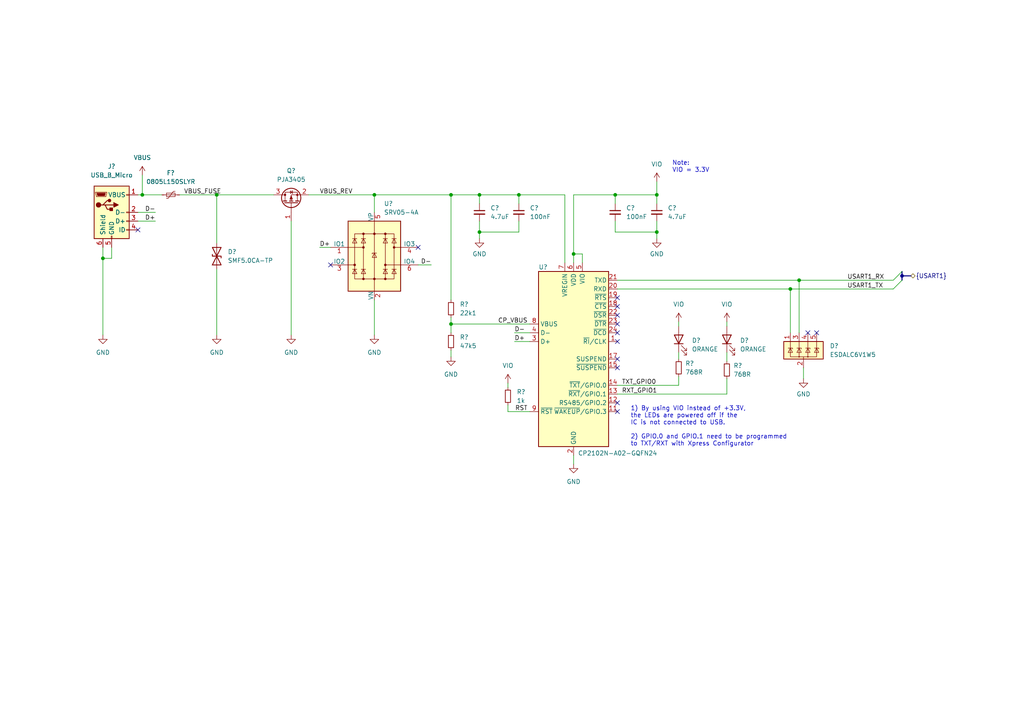
<source format=kicad_sch>
(kicad_sch (version 20211123) (generator eeschema)
  (paper "A4")
  (lib_symbols
    (symbol "0_connectors:USB_B_Micro" (pin_names (offset 1.016))
      (property "Reference" "J" (at -5.08 11.43 0))
      (property "Value" "USB_B_Micro" (at -5.08 8.89 0))
      (symbol "USB_B_Micro_0_1"
        (rectangle (start -5.08 -7.62) (end 5.08 7.62) (stroke (width 0.254)) (fill (type background)))
        (circle (center -3.81 2.159) (radius 0.635) (stroke (width 0.254)) (fill (type outline)))
        (circle (center -0.635 3.429) (radius 0.381) (stroke (width 0.254)) (fill (type outline)))
        (rectangle (start -0.127 -7.62) (end 0.127 -6.858))
        (polyline (pts (xy -1.905 2.159) (xy 0.635 2.159)) (stroke (width 0.254)))
        (polyline (pts (xy -3.175 2.159) (xy -2.54 2.159) (xy -1.27 3.429) (xy -0.635 3.429)) (stroke (width 0.254)))
        (polyline (pts (xy -2.54 2.159) (xy -1.905 2.159) (xy -1.27 0.889) (xy 0 0.889)) (stroke (width 0.254)))
        (polyline (pts (xy 0.635 2.794) (xy 0.635 1.524) (xy 1.905 2.159) (xy 0.635 2.794)) (stroke (width 0.254)) (fill (type outline)))
        (polyline (pts (xy -4.318 5.588) (xy -1.778 5.588) (xy -2.032 4.826) (xy -4.064 4.826) (xy -4.318 5.588)) (fill (type outline)))
        (polyline (pts (xy -4.699 5.842) (xy -4.699 5.588) (xy -4.445 4.826) (xy -4.445 4.572) (xy -1.651 4.572) (xy -1.651 4.826) (xy -1.397 5.588) (xy -1.397 5.842) (xy -4.699 5.842)))
        (rectangle (start 0.254 1.27) (end -0.508 0.508) (stroke (width 0.254)) (fill (type outline)))
        (rectangle (start 5.08 -5.207) (end 4.318 -4.953))
        (rectangle (start 5.08 -2.667) (end 4.318 -2.413))
        (rectangle (start 5.08 -0.127) (end 4.318 0.127))
        (rectangle (start 5.08 4.953) (end 4.318 5.207))
      )
      (symbol "USB_B_Micro_1_1"
        (pin power_out line (at 7.62 5.08 180) (length 2.54) (name "VBUS") (number "1"))
        (pin bidirectional line (at 7.62 0 180) (length 2.54) (name "D-") (number "2"))
        (pin bidirectional line (at 7.62 -2.54 180) (length 2.54) (name "D+") (number "3"))
        (pin passive line (at 7.62 -5.08 180) (length 2.54) (name "ID") (number "4"))
        (pin power_out line (at 0 -10.16 90) (length 2.54) (name "GND") (number "5"))
        (pin passive line (at -2.54 -10.16 90) (length 2.54) (name "Shield") (number "6"))
      )
    )
    (symbol "0_interface_uart:CP2102N-A02-GQFN24"
      (property "Reference" "U" (at -10.16 26.67 0))
      (property "Value" "CP2102N-A02-GQFN24" (at 0.635 -26.67 0))
      (symbol "CP2102N-A02-GQFN24_0_1"
        (rectangle (start -10.16 25.4) (end 10.16 -25.4) (stroke (width 0.254)) (fill (type background)))
      )
      (symbol "CP2102N-A02-GQFN24_1_1"
        (pin bidirectional line (at 12.7 5.08 180) (length 2.54) (name "~{RI}/CLK") (number "1"))
        (pin no_connect line (at -10.16 -22.86 0) (length 2.54) hide (name "NC") (number "10"))
        (pin bidirectional line (at 12.7 -15.24 180) (length 2.54) (name "~{WAKEUP}/GPIO.3") (number "11"))
        (pin bidirectional line (at 12.7 -12.7 180) (length 2.54) (name "RS485/GPIO.2") (number "12"))
        (pin bidirectional line (at 12.7 -10.16 180) (length 2.54) (name "~{RXT}/GPIO.1") (number "13"))
        (pin bidirectional line (at 12.7 -7.62 180) (length 2.54) (name "~{TXT}/GPIO.0") (number "14"))
        (pin output line (at 12.7 -2.54 180) (length 2.54) (name "~{SUSPEND}") (number "15"))
        (pin no_connect line (at 10.16 -22.86 180) (length 2.54) hide (name "NC") (number "16"))
        (pin output line (at 12.7 0 180) (length 2.54) (name "SUSPEND") (number "17"))
        (pin input line (at 12.7 15.24 180) (length 2.54) (name "~{CTS}") (number "18"))
        (pin output line (at 12.7 17.78 180) (length 2.54) (name "~{RTS}") (number "19"))
        (pin power_in line (at 0 -27.94 90) (length 2.54) (name "GND") (number "2"))
        (pin input line (at 12.7 20.32 180) (length 2.54) (name "RXD") (number "20"))
        (pin output line (at 12.7 22.86 180) (length 2.54) (name "TXD") (number "21"))
        (pin input line (at 12.7 12.7 180) (length 2.54) (name "~{DSR}") (number "22"))
        (pin output line (at 12.7 10.16 180) (length 2.54) (name "~{DTR}") (number "23"))
        (pin input line (at 12.7 7.62 180) (length 2.54) (name "~{DCD}") (number "24"))
        (pin passive line (at 0 -27.94 90) (length 2.54) hide (name "GND") (number "25"))
        (pin bidirectional line (at -12.7 5.08 0) (length 2.54) (name "D+") (number "3"))
        (pin bidirectional line (at -12.7 7.62 0) (length 2.54) (name "D-") (number "4"))
        (pin power_in line (at 2.54 27.94 270) (length 2.54) (name "VIO") (number "5"))
        (pin power_in line (at 0 27.94 270) (length 2.54) (name "VDD") (number "6"))
        (pin power_in line (at -2.54 27.94 270) (length 2.54) (name "VREGIN") (number "7"))
        (pin input line (at -12.7 10.16 0) (length 2.54) (name "VBUS") (number "8"))
        (pin input line (at -12.7 -15.24 0) (length 2.54) (name "~{RST}") (number "9"))
      )
    )
    (symbol "0_power_protection:ESDALC6V1W5" (pin_names hide)
      (property "Reference" "D" (at 6.35 -1.27 0))
      (property "Value" "ESDALC6V1W5" (at 6.35 1.27 0))
      (symbol "ESDALC6V1W5_0_0"
        (pin passive line (at 0 -5.08 90) (length 2.54) (name "GND") (number "2"))
      )
      (symbol "ESDALC6V1W5_0_1"
        (rectangle (start -5.715 2.54) (end 5.715 -2.54) (stroke (width 0.254)) (fill (type background)))
        (circle (center -1.27 -1.905) (radius 0.127))
        (polyline (pts (xy -1.27 2.54) (xy -1.27 -1.905)))
        (polyline (pts (xy 0 -1.905) (xy 0 -2.54)))
        (polyline (pts (xy 1.27 2.54) (xy 1.27 -1.905)))
        (polyline (pts (xy -4.445 0.635) (xy -3.175 0.635) (xy -3.175 0.381)))
        (polyline (pts (xy -1.905 0.635) (xy -0.635 0.635) (xy -0.635 0.381)))
        (polyline (pts (xy 0.635 0.635) (xy 1.905 0.635) (xy 1.905 0.381)))
        (polyline (pts (xy 3.175 0.635) (xy 4.445 0.635) (xy 4.445 0.381)))
        (polyline (pts (xy -4.445 -0.635) (xy -3.175 -0.635) (xy -3.81 0.635) (xy -4.445 -0.635)))
        (polyline (pts (xy -3.81 2.54) (xy -3.81 -1.905) (xy 3.81 -1.905) (xy 3.81 2.54)))
        (polyline (pts (xy -1.905 -0.635) (xy -0.635 -0.635) (xy -1.27 0.635) (xy -1.905 -0.635)))
        (polyline (pts (xy 0.635 -0.635) (xy 1.905 -0.635) (xy 1.27 0.635) (xy 0.635 -0.635)))
        (polyline (pts (xy 3.175 -0.635) (xy 4.445 -0.635) (xy 3.81 0.635) (xy 3.175 -0.635)))
        (circle (center 1.27 -1.905) (radius 0.127))
      )
      (symbol "ESDALC6V1W5_1_1"
        (pin passive line (at -3.81 5.08 270) (length 2.54) (name "IO1") (number "1"))
        (pin passive line (at -1.27 5.08 270) (length 2.54) (name "IO2") (number "3"))
        (pin passive line (at 1.27 5.08 270) (length 2.54) (name "IO3") (number "4"))
        (pin passive line (at 3.81 5.08 270) (length 2.54) (name "IO4") (number "5"))
      )
    )
    (symbol "0_power_protection:SMF5.0CA" (pin_numbers hide) (pin_names (offset 1.016) hide)
      (property "Reference" "D?" (at 0 6.35 0))
      (property "Value" "SMF5.0CA" (at 3.81 3.81 0))
      (symbol "SMF5.0CA_0_1"
        (polyline (pts (xy 1.27 0) (xy -1.27 0)))
        (polyline (pts (xy 0.508 1.27) (xy 0 1.27) (xy 0 -1.27) (xy -0.508 -1.27)) (stroke (width 0.254)))
        (polyline (pts (xy -2.54 1.27) (xy -2.54 -1.27) (xy 2.54 1.27) (xy 2.54 -1.27) (xy -2.54 1.27)) (stroke (width 0.254)))
      )
      (symbol "SMF5.0CA_1_1"
        (pin passive line (at -3.81 0 0) (length 2.54) (name "A1") (number "1"))
        (pin passive line (at 3.81 0 180) (length 2.54) (name "A2") (number "2"))
      )
    )
    (symbol "0_power_symbols:VIO" (power) (pin_numbers hide) (in_bom no) (on_board no)
      (property "Value" "VIO" (at 0 3.81 0))
      (symbol "VIO_0_1"
        (polyline (pts (xy 0 0) (xy 0 2.54)))
        (polyline (pts (xy 0 2.54) (xy -0.762 1.27)))
        (polyline (pts (xy 0 2.54) (xy 0.762 1.27)))
      )
      (symbol "VIO_1_1"
        (pin power_in line (at 0 0 90) (length 0) hide (name "VIO") (number "1"))
      )
    )
    (symbol "0_transistor:PJA3405" (pin_names hide)
      (property "Reference" "Q" (at 4.445 -1.27 0))
      (property "Value" "PJA3405" (at 4.445 1.27 0))
      (symbol "PJA3405_0_1"
        (polyline (pts (xy -0.381 0) (xy -3.175 0)))
        (polyline (pts (xy -0.381 1.905) (xy -0.381 -1.905)) (stroke (width 0.254)))
        (polyline (pts (xy 0.127 -1.27) (xy 0.127 -2.286)) (stroke (width 0.254)))
        (polyline (pts (xy 0.127 0.508) (xy 0.127 -0.508)) (stroke (width 0.254)))
        (polyline (pts (xy 0.127 2.286) (xy 0.127 1.27)) (stroke (width 0.254)))
        (polyline (pts (xy 1.905 2.54) (xy 1.905 1.778)))
        (polyline (pts (xy 1.905 -2.54) (xy 1.905 0) (xy 0.127 0)))
        (polyline (pts (xy 0.127 1.778) (xy 2.667 1.778) (xy 2.667 -1.778) (xy 0.127 -1.778)))
        (polyline (pts (xy 1.651 0) (xy 0.635 0.381) (xy 0.635 -0.381) (xy 1.651 0)) (fill (type outline)))
        (polyline (pts (xy 2.159 -0.508) (xy 2.286 -0.381) (xy 3.048 -0.381) (xy 3.175 -0.254)))
        (polyline (pts (xy 2.667 -0.381) (xy 2.286 0.254) (xy 3.048 0.254) (xy 2.667 -0.381)))
        (circle (center 1.016 0) (radius 2.794) (stroke (width 0.254)))
        (circle (center 1.905 -1.778) (radius 0.254) (fill (type outline)))
        (circle (center 1.905 1.778) (radius 0.254) (fill (type outline)))
      )
      (symbol "PJA3405_1_1"
        (pin input line (at -5.715 0 0) (length 2.54) (name "G") (number "1"))
        (pin passive line (at 1.905 -5.08 90) (length 2.54) (name "S") (number "2"))
        (pin passive line (at 1.905 5.08 270) (length 2.54) (name "D") (number "3"))
      )
    )
    (symbol "Device:C_Small" (pin_numbers hide) (pin_names (offset 0.254) hide)
      (property "Reference" "C" (at 0.254 1.778 0))
      (property "Value" "C_Small" (at 0.254 -2.032 0))
      (symbol "C_Small_0_1"
        (polyline (pts (xy -1.524 -0.508) (xy 1.524 -0.508)) (stroke (width 0.3302)))
        (polyline (pts (xy -1.524 0.508) (xy 1.524 0.508)) (stroke (width 0.3048)))
      )
      (symbol "C_Small_1_1"
        (pin passive line (at 0 2.54 270) (length 2.032) (name "~") (number "1"))
        (pin passive line (at 0 -2.54 90) (length 2.032) (name "~") (number "2"))
      )
    )
    (symbol "Device:LED" (pin_numbers hide) (pin_names (offset 1.016) hide)
      (property "Reference" "D" (at 0 2.54 0))
      (property "Value" "LED" (at 0 -2.54 0))
      (symbol "LED_0_1"
        (polyline (pts (xy -1.27 -1.27) (xy -1.27 1.27)) (stroke (width 0.254)))
        (polyline (pts (xy -1.27 0) (xy 1.27 0)))
        (polyline (pts (xy 1.27 -1.27) (xy 1.27 1.27) (xy -1.27 0) (xy 1.27 -1.27)) (stroke (width 0.254)))
        (polyline (pts (xy -3.048 -0.762) (xy -4.572 -2.286) (xy -3.81 -2.286) (xy -4.572 -2.286) (xy -4.572 -1.524)))
        (polyline (pts (xy -1.778 -0.762) (xy -3.302 -2.286) (xy -2.54 -2.286) (xy -3.302 -2.286) (xy -3.302 -1.524)))
      )
      (symbol "LED_1_1"
        (pin passive line (at -3.81 0 0) (length 2.54) (name "K") (number "1"))
        (pin passive line (at 3.81 0 180) (length 2.54) (name "A") (number "2"))
      )
    )
    (symbol "Device:Polyfuse_Small" (pin_numbers hide) (pin_names (offset 0))
      (property "Reference" "F" (at -1.905 0 90))
      (property "Value" "Polyfuse_Small" (at 1.905 0 90))
      (symbol "Polyfuse_Small_0_1"
        (rectangle (start -0.508 1.27) (end 0.508 -1.27))
        (polyline (pts (xy 0 2.54) (xy 0 -2.54)))
        (polyline (pts (xy -1.016 1.27) (xy -1.016 0.762) (xy 1.016 -0.762) (xy 1.016 -1.27)))
      )
      (symbol "Polyfuse_Small_1_1"
        (pin passive line (at 0 2.54 270) (length 0.635) (name "~") (number "1"))
        (pin passive line (at 0 -2.54 90) (length 0.635) (name "~") (number "2"))
      )
    )
    (symbol "Device:R_Small" (pin_numbers hide) (pin_names (offset 0.254) hide)
      (property "Reference" "R" (at 0.762 0.508 0))
      (property "Value" "R_Small" (at 0.762 -1.016 0))
      (symbol "R_Small_0_1"
        (rectangle (start -0.762 1.778) (end 0.762 -1.778) (stroke (width 0.2032)))
      )
      (symbol "R_Small_1_1"
        (pin passive line (at 0 2.54 270) (length 0.762) (name "~") (number "1"))
        (pin passive line (at 0 -2.54 90) (length 0.762) (name "~") (number "2"))
      )
    )
    (symbol "Power_Protection:SRV05-4" (pin_names (offset 0))
      (property "Reference" "U" (at -5.08 11.43 0))
      (property "Value" "SRV05-4" (at 2.54 11.43 0))
      (symbol "SRV05-4_0_0"
        (rectangle (start -5.715 6.477) (end 5.715 -6.604))
        (polyline (pts (xy -3.175 -6.604) (xy -3.175 6.477)))
        (polyline (pts (xy 3.175 6.477) (xy 3.175 -6.604)))
      )
      (symbol "SRV05-4_0_1"
        (rectangle (start -7.62 10.16) (end 7.62 -10.16) (stroke (width 0.254)) (fill (type background)))
        (circle (center -5.715 -2.54) (radius 0.2794) (fill (type outline)))
        (circle (center -3.175 -6.604) (radius 0.2794) (fill (type outline)))
        (circle (center -3.175 2.54) (radius 0.2794) (fill (type outline)))
        (circle (center -3.175 6.477) (radius 0.2794) (fill (type outline)))
        (circle (center 0 -6.604) (radius 0.2794) (fill (type outline)))
        (polyline (pts (xy -7.747 2.54) (xy -3.175 2.54)))
        (polyline (pts (xy -7.62 -2.54) (xy -5.715 -2.54)))
        (polyline (pts (xy -5.08 -3.81) (xy -6.35 -3.81)))
        (polyline (pts (xy -5.08 5.08) (xy -6.35 5.08)))
        (polyline (pts (xy -2.54 -3.81) (xy -3.81 -3.81)))
        (polyline (pts (xy -2.54 5.08) (xy -3.81 5.08)))
        (polyline (pts (xy 0 10.16) (xy 0 -10.16)))
        (polyline (pts (xy 3.81 -3.81) (xy 2.54 -3.81)))
        (polyline (pts (xy 3.81 5.08) (xy 2.54 5.08)))
        (polyline (pts (xy 6.35 -3.81) (xy 5.08 -3.81)))
        (polyline (pts (xy 6.35 5.08) (xy 5.08 5.08)))
        (polyline (pts (xy 7.62 -2.54) (xy 3.175 -2.54)))
        (polyline (pts (xy 7.62 2.54) (xy 5.715 2.54)))
        (polyline (pts (xy 0.635 0.889) (xy -0.635 0.889) (xy -0.635 0.635)))
        (polyline (pts (xy -5.08 -5.08) (xy -6.35 -5.08) (xy -5.715 -3.81) (xy -5.08 -5.08)))
        (polyline (pts (xy -5.08 3.81) (xy -6.35 3.81) (xy -5.715 5.08) (xy -5.08 3.81)))
        (polyline (pts (xy -2.54 -5.08) (xy -3.81 -5.08) (xy -3.175 -3.81) (xy -2.54 -5.08)))
        (polyline (pts (xy -2.54 3.81) (xy -3.81 3.81) (xy -3.175 5.08) (xy -2.54 3.81)))
        (polyline (pts (xy 0.635 -0.381) (xy -0.635 -0.381) (xy 0 0.889) (xy 0.635 -0.381)))
        (polyline (pts (xy 3.81 -5.08) (xy 2.54 -5.08) (xy 3.175 -3.81) (xy 3.81 -5.08)))
        (polyline (pts (xy 3.81 3.81) (xy 2.54 3.81) (xy 3.175 5.08) (xy 3.81 3.81)))
        (polyline (pts (xy 6.35 -5.08) (xy 5.08 -5.08) (xy 5.715 -3.81) (xy 6.35 -5.08)))
        (polyline (pts (xy 6.35 3.81) (xy 5.08 3.81) (xy 5.715 5.08) (xy 6.35 3.81)))
        (circle (center 0 6.477) (radius 0.2794) (fill (type outline)))
        (circle (center 3.175 -6.604) (radius 0.2794) (fill (type outline)))
        (circle (center 3.175 -2.54) (radius 0.2794) (fill (type outline)))
        (circle (center 3.175 6.477) (radius 0.2794) (fill (type outline)))
        (circle (center 5.715 2.54) (radius 0.2794) (fill (type outline)))
      )
      (symbol "SRV05-4_1_1"
        (pin passive line (at -12.7 2.54 0) (length 5.08) (name "IO1") (number "1"))
        (pin passive line (at 0 -12.7 90) (length 2.54) (name "VN") (number "2"))
        (pin passive line (at -12.7 -2.54 0) (length 5.08) (name "IO2") (number "3"))
        (pin passive line (at 12.7 2.54 180) (length 5.08) (name "IO3") (number "4"))
        (pin passive line (at 0 12.7 270) (length 2.54) (name "VP") (number "5"))
        (pin passive line (at 12.7 -2.54 180) (length 5.08) (name "IO4") (number "6"))
      )
    )
    (symbol "power:GND" (power) (pin_names (offset 0))
      (property "Value" "GND" (at 0 -3.81 0))
      (symbol "GND_0_1"
        (polyline (pts (xy 0 0) (xy 0 -1.27) (xy 1.27 -1.27) (xy 0 -2.54) (xy -1.27 -1.27) (xy 0 -1.27)))
      )
      (symbol "GND_1_1"
        (pin power_in line (at 0 0 270) (length 0) hide (name "GND") (number "1"))
      )
    )
    (symbol "power:VBUS" (power) (pin_names (offset 0))
      (property "Value" "VBUS" (at 0 3.81 0))
      (symbol "VBUS_0_1"
        (polyline (pts (xy -0.762 1.27) (xy 0 2.54)))
        (polyline (pts (xy 0 0) (xy 0 2.54)))
        (polyline (pts (xy 0 2.54) (xy 0.762 1.27)))
      )
      (symbol "VBUS_1_1"
        (pin power_in line (at 0 0 90) (length 0) hide (name "VBUS") (number "1"))
      )
    )
  )
  (junction (at 62.865 56.515))
  (junction (at 41.275 56.515))
  (junction (at 130.81 93.98))
  (junction (at 29.845 74.93))
  (junction (at 130.81 56.515))
  (junction (at 150.495 56.515))
  (junction (at 108.585 56.515))
  (junction (at 139.065 67.31))
  (junction (at 231.775 81.28))
  (junction (at 139.065 56.515))
  (junction (at 261.62 80.01))
  (junction (at 229.235 83.82))
  (junction (at 190.5 67.31))
  (junction (at 166.37 73.66))
  (junction (at 178.435 56.515))
  (junction (at 190.5 56.515))
  (no_connect (at 121.285 71.755))
  (no_connect (at 95.885 76.835))
  (no_connect (at 40.005 66.675))
  (no_connect (at 179.07 88.9))
  (no_connect (at 179.07 96.52))
  (no_connect (at 179.07 93.98))
  (no_connect (at 179.07 99.06))
  (no_connect (at 179.07 91.44))
  (no_connect (at 179.07 104.14))
  (no_connect (at 179.07 116.84))
  (no_connect (at 179.07 106.68))
  (no_connect (at 179.07 119.38))
  (no_connect (at 179.07 86.36))
  (no_connect (at 234.315 96.52))
  (no_connect (at 236.855 96.52))
  (bus_entry (at 259.08 81.28) (size 2.54 -2.54))
  (bus_entry (at 259.08 83.82) (size 2.54 -2.54))
  (wire (pts (xy 196.85 93.345) (xy 196.85 94.615)))
  (wire (pts (xy 84.455 64.135) (xy 84.455 97.155)))
  (wire (pts (xy 149.225 96.52) (xy 153.67 96.52)))
  (wire (pts (xy 62.865 56.515) (xy 79.375 56.515)))
  (bus (pts (xy 261.62 78.74) (xy 261.62 80.01)))
  (wire (pts (xy 62.865 78.105) (xy 62.865 97.155)))
  (wire (pts (xy 89.535 56.515) (xy 108.585 56.515)))
  (wire (pts (xy 229.235 83.82) (xy 229.235 96.52)))
  (wire (pts (xy 168.91 73.66) (xy 166.37 73.66)))
  (wire (pts (xy 178.435 59.055) (xy 178.435 56.515)))
  (wire (pts (xy 147.32 111.125) (xy 147.32 112.395)))
  (wire (pts (xy 179.07 111.76) (xy 196.85 111.76)))
  (wire (pts (xy 178.435 64.135) (xy 178.435 67.31)))
  (wire (pts (xy 190.5 67.31) (xy 190.5 69.215)))
  (wire (pts (xy 29.845 74.93) (xy 32.385 74.93)))
  (wire (pts (xy 196.85 111.76) (xy 196.85 109.22)))
  (wire (pts (xy 178.435 56.515) (xy 166.37 56.515)))
  (wire (pts (xy 150.495 56.515) (xy 163.83 56.515)))
  (wire (pts (xy 41.275 56.515) (xy 46.99 56.515)))
  (wire (pts (xy 139.065 67.31) (xy 150.495 67.31)))
  (wire (pts (xy 139.065 67.31) (xy 139.065 69.215)))
  (wire (pts (xy 149.225 99.06) (xy 153.67 99.06)))
  (bus (pts (xy 261.62 80.01) (xy 261.62 81.28)))
  (wire (pts (xy 125.095 76.835) (xy 121.285 76.835)))
  (wire (pts (xy 196.85 104.14) (xy 196.85 102.235)))
  (wire (pts (xy 150.495 56.515) (xy 150.495 59.055)))
  (bus (pts (xy 261.62 80.01) (xy 264.16 80.01)))
  (wire (pts (xy 233.045 106.68) (xy 233.045 109.855)))
  (wire (pts (xy 130.81 92.075) (xy 130.81 93.98)))
  (wire (pts (xy 130.81 93.98) (xy 130.81 96.52)))
  (wire (pts (xy 231.775 81.28) (xy 259.08 81.28)))
  (wire (pts (xy 139.065 64.135) (xy 139.065 67.31)))
  (wire (pts (xy 40.005 56.515) (xy 41.275 56.515)))
  (wire (pts (xy 108.585 56.515) (xy 130.81 56.515)))
  (wire (pts (xy 178.435 67.31) (xy 190.5 67.31)))
  (wire (pts (xy 130.81 93.98) (xy 153.67 93.98)))
  (wire (pts (xy 147.32 119.38) (xy 153.67 119.38)))
  (wire (pts (xy 168.91 73.66) (xy 168.91 76.2)))
  (wire (pts (xy 178.435 56.515) (xy 190.5 56.515)))
  (wire (pts (xy 229.235 83.82) (xy 259.08 83.82)))
  (wire (pts (xy 45.085 61.595) (xy 40.005 61.595)))
  (wire (pts (xy 32.385 74.93) (xy 32.385 71.755)))
  (wire (pts (xy 139.065 59.055) (xy 139.065 56.515)))
  (wire (pts (xy 52.07 56.515) (xy 62.865 56.515)))
  (wire (pts (xy 130.81 56.515) (xy 130.81 86.995)))
  (wire (pts (xy 231.775 81.28) (xy 231.775 96.52)))
  (wire (pts (xy 147.32 117.475) (xy 147.32 119.38)))
  (wire (pts (xy 179.07 81.28) (xy 231.775 81.28)))
  (wire (pts (xy 166.37 56.515) (xy 166.37 73.66)))
  (wire (pts (xy 139.065 56.515) (xy 150.495 56.515)))
  (wire (pts (xy 210.82 93.345) (xy 210.82 94.615)))
  (wire (pts (xy 166.37 132.08) (xy 166.37 134.62)))
  (wire (pts (xy 210.82 114.3) (xy 210.82 109.855)))
  (wire (pts (xy 92.71 71.755) (xy 95.885 71.755)))
  (wire (pts (xy 190.5 67.31) (xy 190.5 64.135)))
  (wire (pts (xy 130.81 101.6) (xy 130.81 103.505)))
  (wire (pts (xy 62.865 56.515) (xy 62.865 70.485)))
  (wire (pts (xy 108.585 56.515) (xy 108.585 61.595)))
  (wire (pts (xy 45.085 64.135) (xy 40.005 64.135)))
  (wire (pts (xy 29.845 74.93) (xy 29.845 97.155)))
  (wire (pts (xy 210.82 104.775) (xy 210.82 102.235)))
  (wire (pts (xy 41.275 50.8) (xy 41.275 56.515)))
  (wire (pts (xy 29.845 71.755) (xy 29.845 74.93)))
  (wire (pts (xy 108.585 86.995) (xy 108.585 97.155)))
  (wire (pts (xy 190.5 52.705) (xy 190.5 56.515)))
  (wire (pts (xy 179.07 83.82) (xy 229.235 83.82)))
  (wire (pts (xy 163.83 56.515) (xy 163.83 76.2)))
  (wire (pts (xy 190.5 56.515) (xy 190.5 59.055)))
  (wire (pts (xy 179.07 114.3) (xy 210.82 114.3)))
  (wire (pts (xy 130.81 56.515) (xy 139.065 56.515)))
  (wire (pts (xy 150.495 67.31) (xy 150.495 64.135)))
  (wire (pts (xy 166.37 73.66) (xy 166.37 76.2)))
  (text "1) By using VIO instead of +3.3V, \nthe LEDs are powered off if the\nIC is not connected to USB.\n\n2) GPIO.0 and GPIO.1 need to be programmed\nto TXT/RXT with Xpress Configurator\n" (at 182.88 129.54 0) (effects (font (size 1.27 1.27)) (justify left bottom)))
  (text "Note:\nVIO = 3.3V" (at 194.945 50.165 0) (effects (font (size 1.27 1.27)) (justify left bottom)))
  (label "CP_VBUS" (at 153.035 93.98 180))
  (label "TXT_GPIO0" (at 180.34 111.76 0))
  (label "USART1_RX" (at 245.745 81.28 0))
  (label "D-" (at 125.095 76.835 180))
  (label "RST" (at 153.035 119.38 180))
  (label "D+" (at 149.225 99.06 0))
  (label "VBUS_FUSE" (at 53.34 56.515 0))
  (label "D+" (at 45.085 64.135 180))
  (label "RXT_GPIO1" (at 180.34 114.3 0))
  (label "D-" (at 149.225 96.52 0))
  (label "D-" (at 45.085 61.595 180))
  (label "D+" (at 92.71 71.755 0))
  (label "USART1_TX" (at 245.745 83.82 0))
  (label "VBUS_REV" (at 92.71 56.515 0))
  (hierarchical_label "{USART1}" (shape bidirectional) (at 264.16 80.01 0))
  (symbol (lib_id "Device:R_Small") (at 196.85 106.68 0) (unit 1)
    (property "Reference" "R?" (at 198.755 105.4099 0) (effects (justify left)))
    (property "Value" "768R" (at 198.755 107.9499 0) (effects (justify left)))
  )
  (symbol (lib_id "Device:C_Small") (at 139.065 61.595 0) (unit 1)
    (property "Reference" "C?" (at 142.24 60.3312 0) (effects (justify left)))
    (property "Value" "4.7uF" (at 142.24 62.8712 0) (effects (justify left)))
  )
  (symbol (lib_id "power:GND") (at 139.065 69.215 0) (unit 1)
    (property "Reference" "#PWR0143" (effects hide))
    (property "Value" "GND" (at 139.065 73.66 0))
  )
  (symbol (lib_id "Device:C_Small") (at 150.495 61.595 0) (unit 1)
    (property "Reference" "C?" (at 153.67 60.3312 0) (effects (justify left)))
    (property "Value" "100nF" (at 153.67 62.8712 0) (effects (justify left)))
  )
  (symbol (lib_id "0_power_protection:ESDALC6V1W5") (at 233.045 101.6 0) (unit 1)
    (property "Reference" "D?" (at 240.665 100.3299 0) (effects (justify left)))
    (property "Value" "ESDALC6V1W5" (at 240.665 102.8699 0) (effects (justify left)))
    (property "Footprint" "Package_TO_SOT_SMD:SOT-23-5" (effects hide))
    (property "Datasheet" "https://www.st.com/content/ccc/resource/technical/document/datasheet/32/30/02/e6/ac/0f/46/c2/CD00002946.pdf/files/CD00002946.pdf/jcr:content/translations/en.CD00002946.pdf" (effects hide))
  )
  (symbol (lib_id "Device:R_Small") (at 130.81 89.535 0) (unit 1)
    (property "Reference" "R?" (at 133.35 88.2649 0) (effects (justify left)))
    (property "Value" "22k1" (at 133.35 90.8049 0) (effects (justify left)))
  )
  (symbol (lib_id "0_power_symbols:VIO") (at 147.32 111.125 0) (unit 1) (in_bom no) (on_board no)
    (property "Reference" "#PWR0144" (effects hide))
    (property "Value" "VIO" (at 147.32 106.045 0))
  )
  (symbol (lib_id "power:GND") (at 84.455 97.155 0) (unit 1)
    (property "Reference" "#PWR0136" (effects hide))
    (property "Value" "GND" (at 84.455 102.235 0))
  )
  (symbol (lib_id "power:GND") (at 29.845 97.155 0) (unit 1)
    (property "Reference" "#PWR0134" (effects hide))
    (property "Value" "GND" (at 29.845 102.235 0))
  )
  (symbol (lib_id "power:GND") (at 166.37 134.62 0) (unit 1)
    (property "Reference" "#PWR0138" (effects hide))
    (property "Value" "GND" (at 166.37 139.7 0))
  )
  (symbol (lib_id "Device:R_Small") (at 210.82 107.315 180) (unit 1)
    (property "Reference" "R?" (at 212.725 106.0449 0) (effects (justify right)))
    (property "Value" "768R" (at 212.725 108.5849 0) (effects (justify right)))
  )
  (symbol (lib_id "power:GND") (at 62.865 97.155 0) (unit 1)
    (property "Reference" "#PWR0133" (effects hide))
    (property "Value" "GND" (at 62.865 102.235 0))
  )
  (symbol (lib_id "power:GND") (at 108.585 97.155 0) (unit 1)
    (property "Reference" "#PWR0135" (effects hide))
    (property "Value" "GND" (at 108.585 102.235 0))
  )
  (symbol (lib_id "0_power_symbols:VIO") (at 196.85 93.345 0) (unit 1) (in_bom no) (on_board no)
    (property "Reference" "#PWR0139" (effects hide))
    (property "Value" "VIO" (at 196.85 88.265 0))
  )
  (symbol (lib_id "0_transistor:PJA3405") (at 84.455 58.42 90) (unit 1)
    (property "Reference" "Q?" (at 84.455 49.53 90))
    (property "Value" "PJA3405" (at 84.455 52.07 90))
    (property "Footprint" "Package_TO_SOT_SMD:SOT-23" (effects hide))
    (property "Datasheet" "https://www.panjit.com.tw/upload/datasheet/PJA3405.pdf" (effects hide))
  )
  (symbol (lib_id "Device:C_Small") (at 190.5 61.595 0) (unit 1)
    (property "Reference" "C?" (at 193.675 60.3312 0) (effects (justify left)))
    (property "Value" "4.7uF" (at 193.675 62.8712 0) (effects (justify left)))
  )
  (symbol (lib_id "Device:Polyfuse_Small") (at 49.53 56.515 90) (unit 1)
    (property "Reference" "F?" (at 49.53 50.165 90))
    (property "Value" "0805L150SLYR" (at 49.53 52.705 90))
    (property "Footprint" "Fuse:Fuse_0805_2012Metric" (effects hide))
    (property "Datasheet" "https://www.littelfuse.com/~/media/electronics/datasheets/resettable_ptcs/littelfuse_ptc_low_rho_datasheet.pdf.pdf" (effects hide))
    (property "Manufacturer ref" "0805L150SLYR" (effects hide))
    (property "Digikey ref" "F5763CT-ND" (effects hide))
  )
  (symbol (lib_id "Device:C_Small") (at 178.435 61.595 0) (unit 1)
    (property "Reference" "C?" (at 181.61 60.3312 0) (effects (justify left)))
    (property "Value" "100nF" (at 181.61 62.8712 0) (effects (justify left)))
  )
  (symbol (lib_id "Power_Protection:SRV05-4") (at 108.585 74.295 0) (unit 1)
    (property "Reference" "U?" (at 111.3537 59.055 0) (effects (justify left)))
    (property "Value" "SRV05-4A" (at 111.3537 61.595 0) (effects (justify left)))
    (property "Footprint" "Package_TO_SOT_SMD:SOT-23-6" (effects hide))
    (property "Datasheet" "http://www.onsemi.com/pub/Collateral/SRV05-4-D.PDF" (effects hide))
    (property "Manufacturer ref" "SRV05-4A" (effects hide))
    (property "Digikey ref" "1655-SRV05-4ACT-ND" (effects hide))
  )
  (symbol (lib_id "Device:LED") (at 196.85 98.425 90) (unit 1)
    (property "Reference" "D?" (at 200.66 98.7424 90) (effects (justify right)))
    (property "Value" "ORANGE" (at 200.66 101.2824 90) (effects (justify right)))
    (property "Footprint" "LED_SMD:LED_0603_1608Metric" (effects hide))
    (property "Datasheet" "https://optoelectronics.liteon.com/upload/download/DS22-2000-222/LTST-C191KFKT.pdf" (effects hide))
  )
  (symbol (lib_id "0_power_symbols:VIO") (at 190.5 52.705 0) (unit 1) (in_bom no) (on_board no)
    (property "Reference" "#PWR0142" (effects hide))
    (property "Value" "VIO" (at 190.5 47.625 0))
  )
  (symbol (lib_id "Device:R_Small") (at 147.32 114.935 0) (unit 1)
    (property "Reference" "R?" (at 149.86 113.6649 0) (effects (justify left)))
    (property "Value" "1k" (at 149.86 116.2049 0) (effects (justify left)))
  )
  (symbol (lib_id "0_connectors:USB_B_Micro") (at 32.385 61.595 0) (unit 1)
    (property "Reference" "J?" (at 32.385 48.26 0))
    (property "Value" "USB_B_Micro" (at 32.385 50.8 0))
    (property "Footprint" "Connector_USB:USB_Micro-B_Molex-105017-0001" (effects hide))
    (property "Datasheet" "https://www.molex.com/pdm_docs/sd/1050170001_sd.pdf" (effects hide))
    (property "Manufacturer ref" "1050170001" (effects hide))
    (property "Digikey ref" "WM1399CT-ND" (effects hide))
  )
  (symbol (lib_id "power:GND") (at 190.5 69.215 0) (unit 1)
    (property "Reference" "#PWR0141" (effects hide))
    (property "Value" "GND" (at 190.5 73.66 0))
  )
  (symbol (lib_id "0_interface_uart:CP2102N-A02-GQFN24") (at 166.37 104.14 0) (unit 1)
    (property "Reference" "U?" (at 156.21 77.47 0) (effects (justify left)))
    (property "Value" "CP2102N-A02-GQFN24" (at 167.64 131.445 0) (effects (justify left)))
    (property "Footprint" "Package_DFN_QFN:QFN-24-1EP_4x4mm_P0.5mm_EP2.6x2.6mm" (effects hide))
    (property "Datasheet" "https://www.silabs.com/documents/public/data-sheets/cp2102n-datasheet.pdf" (effects hide))
  )
  (symbol (lib_id "Device:LED") (at 210.82 98.425 90) (unit 1)
    (property "Reference" "D?" (at 214.63 98.7424 90) (effects (justify right)))
    (property "Value" "ORANGE" (at 214.63 101.2824 90) (effects (justify right)))
    (property "Footprint" "LED_SMD:LED_0603_1608Metric" (effects hide))
    (property "Datasheet" "https://optoelectronics.liteon.com/upload/download/DS22-2000-222/LTST-C191KFKT.pdf" (effects hide))
  )
  (symbol (lib_id "power:GND") (at 130.81 103.505 0) (unit 1)
    (property "Reference" "#PWR0145" (effects hide))
    (property "Value" "GND" (at 130.81 108.585 0))
  )
  (symbol (lib_id "0_power_symbols:VIO") (at 210.82 93.345 0) (unit 1) (in_bom no) (on_board no)
    (property "Reference" "#PWR0140" (effects hide))
    (property "Value" "VIO" (at 210.82 88.265 0))
  )
  (symbol (lib_id "power:GND") (at 233.045 109.855 0) (unit 1)
    (property "Reference" "#PWR0146" (effects hide))
    (property "Value" "GND" (at 233.045 114.3 0))
  )
  (symbol (lib_id "Device:R_Small") (at 130.81 99.06 0) (unit 1)
    (property "Reference" "R?" (at 133.35 97.7899 0) (effects (justify left)))
    (property "Value" "47k5" (at 133.35 100.3299 0) (effects (justify left)))
  )
  (symbol (lib_id "0_power_protection:SMF5.0CA") (at 62.865 74.295 90) (unit 1)
    (property "Reference" "D?" (at 66.04 73.0249 90) (effects (justify right)))
    (property "Value" "SMF5.0CA-TP" (at 66.04 75.5649 90) (effects (justify right)))
    (property "Footprint" "Diode_SMD:D_SOD-123" (effects hide))
    (property "Datasheet" "https://www.mccsemi.com/pdf/Products/SMF5.0-170(SOD-123FL).pdf" (effects hide))
    (property "Manufacturer ref" "SMF5.0CA-TP" (effects hide))
    (property "Digikey ref" "353-SMF5.0CA-TPCT-ND" (effects hide))
  )
  (symbol (lib_id "power:VBUS") (at 41.275 50.8 0) (unit 1)
    (property "Reference" "#PWR0137" (effects hide))
    (property "Value" "VBUS" (at 41.275 45.72 0))
  )
)
</source>
